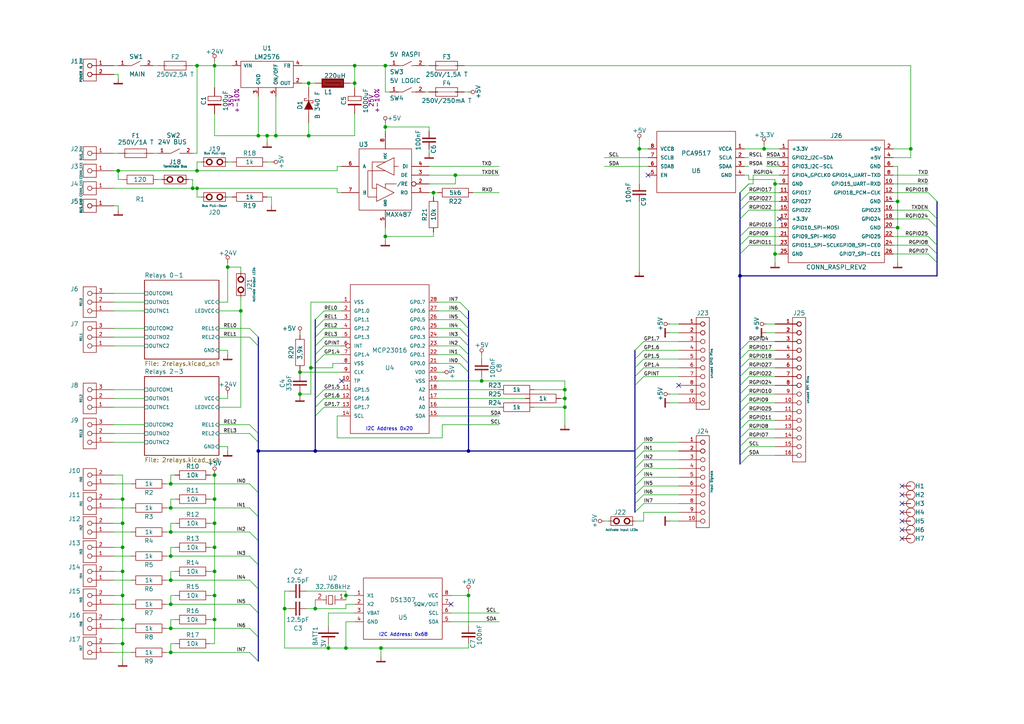
<source format=kicad_sch>
(kicad_sch (version 20211123) (generator eeschema)
  (paper "A4")
  (title_block (title "KoeWiBaPi") (date "2 jan 2014") (rev "A") (comment 1 "Baseboard für Raspberry PI in KoeWiBa Hausautomatisierung"))
  (junction (at 35.56 158.75))
  (junction (at 86.995 114.3))
  (junction (at 95.25 187.96))
  (junction (at 57.15 19.05))
  (junction (at 49.53 182.245))
  (junction (at 89.535 24.13))
  (junction (at 102.87 24.13))
  (junction (at 49.53 147.32))
  (junction (at 100.33 172.72))
  (junction (at 91.44 130.81))
  (junction (at 62.23 158.75))
  (junction (at 260.35 58.42))
  (junction (at 139.7 110.49))
  (junction (at 35.56 144.78))
  (junction (at 82.55 176.53))
  (junction (at 74.93 130.81))
  (junction (at 49.53 189.23))
  (junction (at 62.23 137.795))
  (junction (at 62.23 179.705))
  (junction (at 163.83 113.03))
  (junction (at 260.35 66.04))
  (junction (at 185.42 43.18))
  (junction (at 57.15 49.53))
  (junction (at 221.615 43.18))
  (junction (at 132.08 50.8))
  (junction (at 35.56 179.705))
  (junction (at 66.04 77.47))
  (junction (at 49.53 140.335))
  (junction (at 77.47 39.37))
  (junction (at 80.01 39.37))
  (junction (at 35.56 172.72))
  (junction (at 86.995 107.95))
  (junction (at 111.76 68.58))
  (junction (at 163.83 118.11))
  (junction (at 111.76 19.05))
  (junction (at 224.79 73.66))
  (junction (at 89.535 39.37))
  (junction (at 111.76 36.83))
  (junction (at 49.53 161.29))
  (junction (at 35.56 186.69))
  (junction (at 110.49 187.96))
  (junction (at 264.16 43.18))
  (junction (at 100.33 187.96))
  (junction (at 135.89 130.81))
  (junction (at 34.29 49.53))
  (junction (at 62.23 172.72))
  (junction (at 35.56 151.765))
  (junction (at 35.56 165.735))
  (junction (at 69.85 90.17))
  (junction (at 49.53 175.26))
  (junction (at 224.79 53.34))
  (junction (at 125.73 55.88))
  (junction (at 57.15 54.61))
  (junction (at 102.87 19.05))
  (junction (at 62.23 144.78))
  (junction (at 62.23 165.735))
  (junction (at 49.53 168.275))
  (junction (at 74.93 39.37))
  (junction (at 214.63 80.01))
  (junction (at 163.83 115.57))
  (junction (at 90.17 106.68))
  (junction (at 135.89 172.72))
  (junction (at 55.88 54.61))
  (junction (at 49.53 154.305))
  (junction (at 62.23 19.05))
  (junction (at 62.23 151.765))
  (junction (at 91.44 176.53))
  (no_connect (at 261.62 156.21))
  (no_connect (at 196.85 111.76))
  (no_connect (at 261.62 153.67))
  (no_connect (at 261.62 148.59))
  (no_connect (at 261.62 146.05))
  (no_connect (at 130.81 175.26))
  (no_connect (at 99.06 110.49))
  (no_connect (at 261.62 140.97))
  (no_connect (at 187.96 50.8))
  (no_connect (at 226.06 63.5))
  (no_connect (at 261.62 143.51))
  (no_connect (at 261.62 151.13))
  (bus_entry (at 72.39 97.79) (size 2.54 2.54))
  (bus_entry (at 133.35 92.71) (size 2.54 2.54))
  (bus_entry (at 269.24 71.12) (size 2.54 2.54))
  (bus_entry (at 214.63 104.14) (size 2.54 -2.54))
  (bus_entry (at 91.44 95.25) (size 2.54 -2.54))
  (bus_entry (at 269.24 63.5) (size 2.54 2.54))
  (bus_entry (at 184.15 101.6) (size 2.54 -2.54))
  (bus_entry (at 214.63 116.84) (size 2.54 -2.54))
  (bus_entry (at 214.63 63.5) (size 2.54 -2.54))
  (bus_entry (at 269.24 73.66) (size 2.54 2.54))
  (bus_entry (at 184.15 140.97) (size 2.54 -2.54))
  (bus_entry (at 91.44 105.41) (size 2.54 -2.54))
  (bus_entry (at 214.63 68.58) (size 2.54 -2.54))
  (bus_entry (at 214.63 124.46) (size 2.54 -2.54))
  (bus_entry (at 184.15 109.22) (size 2.54 -2.54))
  (bus_entry (at 214.63 106.68) (size 2.54 -2.54))
  (bus_entry (at 72.39 123.19) (size 2.54 2.54))
  (bus_entry (at 91.44 100.33) (size 2.54 -2.54))
  (bus_entry (at 133.35 102.87) (size 2.54 2.54))
  (bus_entry (at 72.39 161.29) (size 2.54 2.54))
  (bus_entry (at 184.15 133.35) (size 2.54 -2.54))
  (bus_entry (at 184.15 135.89) (size 2.54 -2.54))
  (bus_entry (at 72.39 189.23) (size 2.54 2.54))
  (bus_entry (at 133.35 97.79) (size 2.54 2.54))
  (bus_entry (at 214.63 134.62) (size 2.54 -2.54))
  (bus_entry (at 214.63 73.66) (size 2.54 -2.54))
  (bus_entry (at 214.63 71.12) (size 2.54 -2.54))
  (bus_entry (at 184.15 146.05) (size 2.54 -2.54))
  (bus_entry (at 214.63 132.08) (size 2.54 -2.54))
  (bus_entry (at 184.15 111.76) (size 2.54 -2.54))
  (bus_entry (at 184.15 130.81) (size 2.54 -2.54))
  (bus_entry (at 269.24 60.96) (size 2.54 2.54))
  (bus_entry (at 91.44 118.11) (size 2.54 -2.54))
  (bus_entry (at 91.44 120.65) (size 2.54 -2.54))
  (bus_entry (at 184.15 138.43) (size 2.54 -2.54))
  (bus_entry (at 214.63 121.92) (size 2.54 -2.54))
  (bus_entry (at 269.24 55.88) (size 2.54 2.54))
  (bus_entry (at 91.44 97.79) (size 2.54 -2.54))
  (bus_entry (at 91.44 92.71) (size 2.54 -2.54))
  (bus_entry (at 214.63 55.88) (size 2.54 -2.54))
  (bus_entry (at 214.63 101.6) (size 2.54 -2.54))
  (bus_entry (at 214.63 58.42) (size 2.54 -2.54))
  (bus_entry (at 91.44 102.87) (size 2.54 -2.54))
  (bus_entry (at 72.39 147.32) (size 2.54 2.54))
  (bus_entry (at 184.15 106.68) (size 2.54 -2.54))
  (bus_entry (at 214.63 119.38) (size 2.54 -2.54))
  (bus_entry (at 72.39 168.275) (size 2.54 2.54))
  (bus_entry (at 214.63 109.22) (size 2.54 -2.54))
  (bus_entry (at 184.15 148.59) (size 2.54 -2.54))
  (bus_entry (at 214.63 60.96) (size 2.54 -2.54))
  (bus_entry (at 269.24 68.58) (size 2.54 2.54))
  (bus_entry (at 184.15 104.14) (size 2.54 -2.54))
  (bus_entry (at 214.63 129.54) (size 2.54 -2.54))
  (bus_entry (at 72.39 140.335) (size 2.54 2.54))
  (bus_entry (at 133.35 90.17) (size 2.54 2.54))
  (bus_entry (at 214.63 111.76) (size 2.54 -2.54))
  (bus_entry (at 133.35 87.63) (size 2.54 2.54))
  (bus_entry (at 72.39 125.73) (size 2.54 2.54))
  (bus_entry (at 133.35 105.41) (size 2.54 2.54))
  (bus_entry (at 72.39 175.26) (size 2.54 2.54))
  (bus_entry (at 184.15 143.51) (size 2.54 -2.54))
  (bus_entry (at 91.44 115.57) (size 2.54 -2.54))
  (bus_entry (at 72.39 154.305) (size 2.54 2.54))
  (bus_entry (at 72.39 182.245) (size 2.54 2.54))
  (bus_entry (at 214.63 55.88) (size 2.54 -2.54))
  (bus_entry (at 214.63 114.3) (size 2.54 -2.54))
  (bus_entry (at 72.39 95.25) (size 2.54 2.54))
  (bus_entry (at 133.35 100.33) (size 2.54 2.54))
  (bus_entry (at 214.63 127) (size 2.54 -2.54))
  (bus_entry (at 133.35 95.25) (size 2.54 2.54))
  (wire (pts (xy 62.23 151.765) (xy 62.23 144.78)))
  (wire (pts (xy 62.23 179.705) (xy 62.23 172.72)))
  (wire (pts (xy 33.02 85.09) (xy 41.91 85.09)))
  (wire (pts (xy 91.44 176.53) (xy 88.9 176.53)))
  (wire (pts (xy 185.42 43.18) (xy 185.42 53.34)))
  (wire (pts (xy 124.46 53.34) (xy 132.08 53.34)))
  (wire (pts (xy 260.35 66.04) (xy 260.35 58.42)))
  (wire (pts (xy 96.52 106.68) (xy 90.17 106.68)))
  (wire (pts (xy 99.06 115.57) (xy 93.98 115.57)))
  (bus (pts (xy 91.44 118.11) (xy 91.44 115.57)))
  (wire (pts (xy 111.76 35.56) (xy 111.76 36.83)))
  (wire (pts (xy 58.42 46.99) (xy 57.15 46.99)))
  (wire (pts (xy 224.79 106.68) (xy 217.17 106.68)))
  (wire (pts (xy 139.7 109.22) (xy 139.7 110.49)))
  (bus (pts (xy 271.78 76.2) (xy 271.78 73.66)))
  (bus (pts (xy 214.63 121.92) (xy 214.63 119.38)))
  (bus (pts (xy 135.89 92.71) (xy 135.89 90.17)))
  (wire (pts (xy 226.06 60.96) (xy 217.17 60.96)))
  (wire (pts (xy 66.04 77.47) (xy 69.85 77.47)))
  (wire (pts (xy 196.85 106.68) (xy 186.69 106.68)))
  (wire (pts (xy 95.25 186.69) (xy 95.25 187.96)))
  (bus (pts (xy 135.89 130.81) (xy 91.44 130.81)))
  (bus (pts (xy 271.78 73.66) (xy 271.78 71.12)))
  (wire (pts (xy 33.02 144.78) (xy 35.56 144.78)))
  (wire (pts (xy 49.53 147.32) (xy 48.26 147.32)))
  (wire (pts (xy 222.25 45.72) (xy 226.06 45.72)))
  (wire (pts (xy 196.85 109.22) (xy 186.69 109.22)))
  (wire (pts (xy 196.85 151.13) (xy 194.31 151.13)))
  (wire (pts (xy 62.23 172.72) (xy 62.23 165.735)))
  (wire (pts (xy 196.85 128.27) (xy 186.69 128.27)))
  (wire (pts (xy 144.78 50.8) (xy 132.08 50.8)))
  (wire (pts (xy 224.79 114.3) (xy 217.17 114.3)))
  (wire (pts (xy 33.02 172.72) (xy 35.56 172.72)))
  (wire (pts (xy 259.08 55.88) (xy 269.24 55.88)))
  (wire (pts (xy 125.73 55.88) (xy 124.46 55.88)))
  (bus (pts (xy 184.15 133.35) (xy 184.15 130.81)))
  (wire (pts (xy 57.15 19.05) (xy 57.15 44.45)))
  (wire (pts (xy 224.79 111.76) (xy 217.17 111.76)))
  (wire (pts (xy 33.02 154.305) (xy 38.1 154.305)))
  (wire (pts (xy 89.535 24.13) (xy 89.535 25.4)))
  (wire (pts (xy 222.25 93.98) (xy 224.79 93.98)))
  (wire (pts (xy 66.04 87.63) (xy 66.04 77.47)))
  (wire (pts (xy 226.06 58.42) (xy 217.17 58.42)))
  (wire (pts (xy 97.79 55.88) (xy 99.06 55.88)))
  (wire (pts (xy 102.87 19.05) (xy 87.63 19.05)))
  (bus (pts (xy 214.63 132.08) (xy 214.63 129.54)))
  (wire (pts (xy 130.81 177.8) (xy 144.78 177.8)))
  (wire (pts (xy 196.85 135.89) (xy 186.69 135.89)))
  (wire (pts (xy 96.52 105.41) (xy 96.52 106.68)))
  (wire (pts (xy 74.93 39.37) (xy 74.93 27.94)))
  (wire (pts (xy 224.79 73.66) (xy 226.06 73.66)))
  (wire (pts (xy 100.33 187.96) (xy 110.49 187.96)))
  (wire (pts (xy 33.02 151.765) (xy 35.56 151.765)))
  (wire (pts (xy 99.06 102.87) (xy 93.98 102.87)))
  (bus (pts (xy 214.63 80.01) (xy 214.63 73.66)))
  (wire (pts (xy 99.06 97.79) (xy 93.98 97.79)))
  (wire (pts (xy 86.995 107.95) (xy 86.995 107.315)))
  (wire (pts (xy 57.15 49.53) (xy 97.79 49.53)))
  (wire (pts (xy 102.87 19.05) (xy 102.87 24.13)))
  (wire (pts (xy 97.79 54.61) (xy 97.79 55.88)))
  (wire (pts (xy 62.23 144.78) (xy 62.23 137.795)))
  (wire (pts (xy 57.15 44.45) (xy 55.88 44.45)))
  (bus (pts (xy 214.63 109.22) (xy 214.63 106.68)))
  (wire (pts (xy 69.85 77.47) (xy 69.85 78.74)))
  (wire (pts (xy 50.8 186.69) (xy 49.53 186.69)))
  (wire (pts (xy 259.08 50.8) (xy 269.24 50.8)))
  (wire (pts (xy 127 90.17) (xy 133.35 90.17)))
  (wire (pts (xy 224.79 121.92) (xy 217.17 121.92)))
  (wire (pts (xy 72.39 140.335) (xy 49.53 140.335)))
  (bus (pts (xy 214.63 134.62) (xy 214.63 132.08)))
  (wire (pts (xy 35.56 179.705) (xy 35.56 186.69)))
  (wire (pts (xy 135.89 187.96) (xy 135.89 186.69)))
  (wire (pts (xy 60.96 165.735) (xy 62.23 165.735)))
  (wire (pts (xy 67.31 19.05) (xy 62.23 19.05)))
  (wire (pts (xy 127 105.41) (xy 133.35 105.41)))
  (wire (pts (xy 259.08 68.58) (xy 269.24 68.58)))
  (wire (pts (xy 45.72 19.05) (xy 44.45 19.05)))
  (wire (pts (xy 35.56 144.78) (xy 35.56 151.765)))
  (bus (pts (xy 74.93 163.83) (xy 74.93 156.845)))
  (bus (pts (xy 184.15 104.14) (xy 184.15 101.6)))
  (wire (pts (xy 196.85 143.51) (xy 186.69 143.51)))
  (bus (pts (xy 184.15 146.05) (xy 184.15 143.51)))
  (wire (pts (xy 111.76 19.05) (xy 111.76 26.67)))
  (bus (pts (xy 184.15 138.43) (xy 184.15 135.89)))
  (wire (pts (xy 34.29 49.53) (xy 57.15 49.53)))
  (wire (pts (xy 33.02 21.59) (xy 34.29 21.59)))
  (wire (pts (xy 127 97.79) (xy 133.35 97.79)))
  (wire (pts (xy 49.53 168.275) (xy 49.53 165.735)))
  (wire (pts (xy 62.23 158.75) (xy 62.23 151.765)))
  (wire (pts (xy 62.23 165.735) (xy 62.23 158.75)))
  (wire (pts (xy 196.85 130.81) (xy 186.69 130.81)))
  (wire (pts (xy 127 100.33) (xy 133.35 100.33)))
  (wire (pts (xy 111.76 26.67) (xy 113.03 26.67)))
  (bus (pts (xy 74.93 170.815) (xy 74.93 163.83)))
  (wire (pts (xy 99.06 105.41) (xy 96.52 105.41)))
  (wire (pts (xy 186.69 99.06) (xy 196.85 99.06)))
  (wire (pts (xy 89.535 35.56) (xy 89.535 39.37)))
  (wire (pts (xy 49.53 179.705) (xy 50.8 179.705)))
  (wire (pts (xy 111.76 36.83) (xy 124.46 36.83)))
  (wire (pts (xy 218.44 50.8) (xy 218.44 53.34)))
  (wire (pts (xy 186.69 151.13) (xy 186.69 148.59)))
  (wire (pts (xy 62.23 137.795) (xy 60.96 137.795)))
  (wire (pts (xy 77.47 39.37) (xy 77.47 41.275)))
  (wire (pts (xy 38.1 182.245) (xy 33.02 182.245)))
  (bus (pts (xy 214.63 63.5) (xy 214.63 60.96)))
  (wire (pts (xy 82.55 187.96) (xy 95.25 187.96)))
  (wire (pts (xy 259.08 63.5) (xy 269.24 63.5)))
  (bus (pts (xy 74.93 100.33) (xy 74.93 97.79)))
  (wire (pts (xy 35.56 137.795) (xy 35.56 144.78)))
  (wire (pts (xy 34.29 52.07) (xy 34.29 49.53)))
  (wire (pts (xy 97.79 49.53) (xy 97.79 48.26)))
  (wire (pts (xy 226.06 66.04) (xy 217.17 66.04)))
  (wire (pts (xy 38.1 147.32) (xy 33.02 147.32)))
  (wire (pts (xy 224.79 99.06) (xy 217.17 99.06)))
  (bus (pts (xy 135.89 102.87) (xy 135.89 100.33)))
  (wire (pts (xy 124.46 36.83) (xy 124.46 38.1)))
  (wire (pts (xy 196.85 138.43) (xy 186.69 138.43)))
  (wire (pts (xy 78.74 59.69) (xy 78.74 57.15)))
  (wire (pts (xy 41.91 87.63) (xy 33.02 87.63)))
  (wire (pts (xy 72.39 189.23) (xy 49.53 189.23)))
  (wire (pts (xy 144.78 123.19) (xy 128.27 123.19)))
  (wire (pts (xy 57.15 19.05) (xy 55.88 19.05)))
  (bus (pts (xy 74.93 156.845) (xy 74.93 149.86)))
  (bus (pts (xy 184.15 111.76) (xy 184.15 109.22)))
  (wire (pts (xy 62.23 19.05) (xy 62.23 25.4)))
  (wire (pts (xy 111.76 68.58) (xy 111.76 69.85)))
  (wire (pts (xy 111.76 36.83) (xy 111.76 38.1)))
  (bus (pts (xy 135.89 130.81) (xy 135.89 107.95)))
  (wire (pts (xy 260.35 48.26) (xy 259.08 48.26)))
  (wire (pts (xy 97.79 127) (xy 97.79 120.65)))
  (wire (pts (xy 49.53 175.26) (xy 48.26 175.26)))
  (wire (pts (xy 49.53 186.69) (xy 49.53 189.23)))
  (wire (pts (xy 72.39 147.32) (xy 49.53 147.32)))
  (wire (pts (xy 132.08 50.8) (xy 124.46 50.8)))
  (wire (pts (xy 41.91 123.19) (xy 33.02 123.19)))
  (wire (pts (xy 127 118.11) (xy 144.78 118.11)))
  (wire (pts (xy 111.76 66.04) (xy 111.76 68.58)))
  (wire (pts (xy 226.06 68.58) (xy 217.17 68.58)))
  (wire (pts (xy 99.06 92.71) (xy 93.98 92.71)))
  (wire (pts (xy 63.5 87.63) (xy 66.04 87.63)))
  (wire (pts (xy 154.94 118.11) (xy 163.83 118.11)))
  (bus (pts (xy 214.63 60.96) (xy 214.63 58.42)))
  (wire (pts (xy 57.15 54.61) (xy 97.79 54.61)))
  (wire (pts (xy 60.96 144.78) (xy 62.23 144.78)))
  (wire (pts (xy 50.8 172.72) (xy 49.53 172.72)))
  (wire (pts (xy 125.73 68.58) (xy 125.73 67.31)))
  (wire (pts (xy 78.74 57.15) (xy 77.47 57.15)))
  (wire (pts (xy 187.96 48.26) (xy 175.26 48.26)))
  (wire (pts (xy 35.56 52.07) (xy 34.29 52.07)))
  (bus (pts (xy 271.78 63.5) (xy 271.78 58.42)))
  (wire (pts (xy 62.23 39.37) (xy 62.23 33.02)))
  (wire (pts (xy 99.06 118.11) (xy 93.98 118.11)))
  (wire (pts (xy 83.82 176.53) (xy 82.55 176.53)))
  (wire (pts (xy 217.17 52.07) (xy 217.17 50.8)))
  (wire (pts (xy 127 55.88) (xy 125.73 55.88)))
  (wire (pts (xy 194.31 116.84) (xy 196.85 116.84)))
  (wire (pts (xy 224.79 53.34) (xy 226.06 53.34)))
  (wire (pts (xy 86.995 114.935) (xy 86.995 114.3)))
  (bus (pts (xy 214.63 119.38) (xy 214.63 116.84)))
  (wire (pts (xy 259.08 71.12) (xy 269.24 71.12)))
  (wire (pts (xy 124.46 26.67) (xy 123.19 26.67)))
  (bus (pts (xy 214.63 114.3) (xy 214.63 111.76)))
  (wire (pts (xy 226.06 71.12) (xy 217.17 71.12)))
  (bus (pts (xy 74.93 184.785) (xy 74.93 177.8)))
  (wire (pts (xy 163.83 110.49) (xy 139.7 110.49)))
  (wire (pts (xy 33.02 90.17) (xy 41.91 90.17)))
  (wire (pts (xy 125.73 57.15) (xy 125.73 55.88)))
  (bus (pts (xy 214.63 104.14) (xy 214.63 101.6)))
  (wire (pts (xy 217.17 104.14) (xy 224.79 104.14)))
  (wire (pts (xy 63.5 101.6) (xy 66.04 101.6)))
  (wire (pts (xy 196.85 101.6) (xy 186.69 101.6)))
  (wire (pts (xy 224.79 52.07) (xy 224.79 53.34)))
  (wire (pts (xy 144.78 48.26) (xy 124.46 48.26)))
  (wire (pts (xy 132.08 53.34) (xy 132.08 50.8)))
  (bus (pts (xy 184.15 109.22) (xy 184.15 106.68)))
  (wire (pts (xy 49.53 182.245) (xy 48.26 182.245)))
  (wire (pts (xy 62.23 137.795) (xy 62.23 137.16)))
  (wire (pts (xy 49.53 189.23) (xy 48.26 189.23)))
  (wire (pts (xy 221.615 41.91) (xy 221.615 43.18)))
  (bus (pts (xy 214.63 129.54) (xy 214.63 127)))
  (wire (pts (xy 33.02 137.795) (xy 35.56 137.795)))
  (wire (pts (xy 224.79 101.6) (xy 217.17 101.6)))
  (wire (pts (xy 259.08 60.96) (xy 269.24 60.96)))
  (bus (pts (xy 214.63 116.84) (xy 214.63 114.3)))
  (wire (pts (xy 77.47 39.37) (xy 74.93 39.37)))
  (wire (pts (xy 49.53 168.275) (xy 48.26 168.275)))
  (wire (pts (xy 33.02 165.735) (xy 35.56 165.735)))
  (wire (pts (xy 95.25 177.8) (xy 102.87 177.8)))
  (wire (pts (xy 33.02 49.53) (xy 34.29 49.53)))
  (wire (pts (xy 60.96 179.705) (xy 62.23 179.705)))
  (wire (pts (xy 163.83 115.57) (xy 163.83 113.03)))
  (wire (pts (xy 62.23 19.05) (xy 57.15 19.05)))
  (bus (pts (xy 271.78 80.01) (xy 271.78 76.2)))
  (wire (pts (xy 111.76 68.58) (xy 125.73 68.58)))
  (wire (pts (xy 90.17 114.3) (xy 90.17 106.68)))
  (wire (pts (xy 135.89 26.67) (xy 134.62 26.67)))
  (bus (pts (xy 135.89 105.41) (xy 135.89 102.87)))
  (wire (pts (xy 260.35 76.2) (xy 260.35 66.04)))
  (wire (pts (xy 41.91 97.79) (xy 33.02 97.79)))
  (wire (pts (xy 77.47 46.99) (xy 78.74 46.99)))
  (wire (pts (xy 83.82 171.45) (xy 82.55 171.45)))
  (bus (pts (xy 91.44 120.65) (xy 91.44 118.11)))
  (wire (pts (xy 86.995 108.585) (xy 86.995 107.95)))
  (wire (pts (xy 127 107.95) (xy 128.27 107.95)))
  (wire (pts (xy 60.96 186.69) (xy 62.23 186.69)))
  (wire (pts (xy 62.23 17.78) (xy 62.23 19.05)))
  (bus (pts (xy 214.63 58.42) (xy 214.63 55.88)))
  (wire (pts (xy 226.06 55.88) (xy 217.17 55.88)))
  (wire (pts (xy 49.53 172.72) (xy 49.53 175.26)))
  (wire (pts (xy 88.9 171.45) (xy 100.33 171.45)))
  (wire (pts (xy 69.85 90.17) (xy 69.85 118.11)))
  (wire (pts (xy 90.17 87.63) (xy 99.06 87.63)))
  (wire (pts (xy 135.89 171.45) (xy 135.89 172.72)))
  (wire (pts (xy 224.79 127) (xy 217.17 127)))
  (wire (pts (xy 60.96 158.75) (xy 62.23 158.75)))
  (wire (pts (xy 196.85 96.52) (xy 194.31 96.52)))
  (wire (pts (xy 111.76 19.05) (xy 102.87 19.05)))
  (wire (pts (xy 102.87 33.02) (xy 102.87 39.37)))
  (wire (pts (xy 264.16 19.05) (xy 134.62 19.05)))
  (wire (pts (xy 217.17 129.54) (xy 224.79 129.54)))
  (wire (pts (xy 100.33 172.72) (xy 102.87 172.72)))
  (wire (pts (xy 130.81 180.34) (xy 144.78 180.34)))
  (wire (pts (xy 89.535 39.37) (xy 80.01 39.37)))
  (wire (pts (xy 62.23 186.69) (xy 62.23 179.705)))
  (bus (pts (xy 214.63 101.6) (xy 214.63 80.01)))
  (wire (pts (xy 185.42 58.42) (xy 185.42 78.74)))
  (wire (pts (xy 100.33 176.53) (xy 91.44 176.53)))
  (wire (pts (xy 217.17 109.22) (xy 224.79 109.22)))
  (bus (pts (xy 74.93 149.86) (xy 74.93 142.875)))
  (wire (pts (xy 67.31 57.15) (xy 66.04 57.15)))
  (wire (pts (xy 127 92.71) (xy 133.35 92.71)))
  (wire (pts (xy 63.5 125.73) (xy 72.39 125.73)))
  (bus (pts (xy 74.93 191.77) (xy 74.93 184.785)))
  (wire (pts (xy 91.44 173.99) (xy 91.44 176.53)))
  (wire (pts (xy 33.02 186.69) (xy 35.56 186.69)))
  (wire (pts (xy 66.04 115.57) (xy 66.04 114.3)))
  (wire (pts (xy 110.49 190.5) (xy 110.49 187.96)))
  (wire (pts (xy 50.8 158.75) (xy 49.53 158.75)))
  (wire (pts (xy 99.06 113.03) (xy 93.98 113.03)))
  (wire (pts (xy 264.16 45.72) (xy 259.08 45.72)))
  (wire (pts (xy 60.96 172.72) (xy 62.23 172.72)))
  (wire (pts (xy 139.7 102.87) (xy 139.7 104.14)))
  (bus (pts (xy 91.44 105.41) (xy 91.44 102.87)))
  (wire (pts (xy 185.42 40.64) (xy 185.42 43.18)))
  (wire (pts (xy 49.53 147.32) (xy 49.53 144.78)))
  (wire (pts (xy 259.08 73.66) (xy 269.24 73.66)))
  (wire (pts (xy 41.91 128.27) (xy 33.02 128.27)))
  (wire (pts (xy 128.27 123.19) (xy 128.27 127)))
  (bus (pts (xy 91.44 130.81) (xy 74.93 130.81)))
  (bus (pts (xy 91.44 130.81) (xy 91.44 120.65)))
  (bus (pts (xy 214.63 106.68) (xy 214.63 104.14)))
  (bus (pts (xy 74.93 130.81) (xy 74.93 128.27)))
  (wire (pts (xy 218.44 53.34) (xy 217.17 53.34)))
  (wire (pts (xy 194.31 93.98) (xy 196.85 93.98)))
  (wire (pts (xy 35.56 172.72) (xy 35.56 179.705)))
  (wire (pts (xy 80.01 39.37) (xy 77.47 39.37)))
  (wire (pts (xy 144.78 55.88) (xy 137.16 55.88)))
  (wire (pts (xy 86.995 114.3) (xy 86.995 113.665)))
  (bus (pts (xy 214.63 73.66) (xy 214.63 71.12)))
  (wire (pts (xy 66.04 46.99) (xy 67.31 46.99)))
  (wire (pts (xy 33.02 161.29) (xy 38.1 161.29)))
  (wire (pts (xy 224.79 116.84) (xy 217.17 116.84)))
  (wire (pts (xy 217.17 45.72) (xy 215.9 45.72)))
  (wire (pts (xy 93.98 95.25) (xy 99.06 95.25)))
  (wire (pts (xy 224.79 119.38) (xy 217.17 119.38)))
  (wire (pts (xy 35.56 151.765) (xy 35.56 158.75)))
  (wire (pts (xy 186.69 104.14) (xy 196.85 104.14)))
  (bus (pts (xy 271.78 66.04) (xy 271.78 63.5)))
  (bus (pts (xy 214.63 111.76) (xy 214.63 109.22)))
  (wire (pts (xy 35.56 186.69) (xy 35.56 191.77)))
  (wire (pts (xy 44.45 44.45) (xy 45.72 44.45)))
  (wire (pts (xy 49.53 182.245) (xy 49.53 179.705)))
  (wire (pts (xy 226.06 48.26) (xy 222.25 48.26)))
  (bus (pts (xy 184.15 130.81) (xy 135.89 130.81)))
  (bus (pts (xy 74.93 128.27) (xy 74.93 125.73)))
  (bus (pts (xy 135.89 95.25) (xy 135.89 92.71)))
  (wire (pts (xy 72.39 161.29) (xy 49.53 161.29)))
  (wire (pts (xy 196.85 133.35) (xy 186.69 133.35)))
  (wire (pts (xy 264.16 43.18) (xy 264.16 19.05)))
  (wire (pts (xy 133.35 102.87) (xy 127 102.87)))
  (wire (pts (xy 82.55 171.45) (xy 82.55 176.53)))
  (bus (pts (xy 135.89 100.33) (xy 135.89 97.79)))
  (wire (pts (xy 49.53 154.305) (xy 48.26 154.305)))
  (wire (pts (xy 97.79 120.65) (xy 99.06 120.65)))
  (wire (pts (xy 33.02 118.11) (xy 41.91 118.11)))
  (wire (pts (xy 82.55 176.53) (xy 82.55 187.96)))
  (bus (pts (xy 184.15 130.81) (xy 184.15 111.76)))
  (wire (pts (xy 72.39 168.275) (xy 49.53 168.275)))
  (wire (pts (xy 33.02 189.23) (xy 38.1 189.23)))
  (wire (pts (xy 196.85 146.05) (xy 186.69 146.05)))
  (wire (pts (xy 135.89 172.72) (xy 130.81 172.72)))
  (wire (pts (xy 154.94 113.03) (xy 163.83 113.03)))
  (wire (pts (xy 63.5 97.79) (xy 72.39 97.79)))
  (wire (pts (xy 102.87 24.13) (xy 102.87 25.4)))
  (wire (pts (xy 95.25 181.61) (xy 95.25 177.8)))
  (bus (pts (xy 74.93 177.8) (xy 74.93 170.815)))
  (bus (pts (xy 91.44 100.33) (xy 91.44 97.79)))
  (wire (pts (xy 49.53 140.335) (xy 48.26 140.335)))
  (wire (pts (xy 184.15 151.13) (xy 186.69 151.13)))
  (wire (pts (xy 63.5 115.57) (xy 66.04 115.57)))
  (wire (pts (xy 72.39 154.305) (xy 49.53 154.305)))
  (wire (pts (xy 69.85 90.17) (xy 63.5 90.17)))
  (wire (pts (xy 33.02 54.61) (xy 55.88 54.61)))
  (wire (pts (xy 224.79 96.52) (xy 222.25 96.52)))
  (wire (pts (xy 34.29 59.69) (xy 33.02 59.69)))
  (wire (pts (xy 86.995 114.3) (xy 90.17 114.3)))
  (wire (pts (xy 66.04 130.81) (xy 66.04 129.54)))
  (wire (pts (xy 33.02 175.26) (xy 38.1 175.26)))
  (wire (pts (xy 100.33 175.26) (xy 100.33 176.53)))
  (wire (pts (xy 33.02 158.75) (xy 35.56 158.75)))
  (wire (pts (xy 86.995 107.95) (xy 99.06 107.95)))
  (wire (pts (xy 100.33 172.72) (xy 100.33 173.99)))
  (wire (pts (xy 49.53 165.735) (xy 50.8 165.735)))
  (wire (pts (xy 62.23 151.765) (xy 60.96 151.765)))
  (wire (pts (xy 152.4 115.57) (xy 127 115.57)))
  (wire (pts (xy 38.1 168.275) (xy 33.02 168.275)))
  (wire (pts (xy 135.89 172.72) (xy 135.89 181.61)))
  (wire (pts (xy 69.85 86.36) (xy 69.85 90.17)))
  (wire (pts (xy 139.7 110.49) (xy 127 110.49)))
  (bus (pts (xy 214.63 71.12) (xy 214.63 68.58)))
  (wire (pts (xy 102.87 175.26) (xy 100.33 175.26)))
  (wire (pts (xy 260.35 58.42) (xy 259.08 58.42)))
  (bus (pts (xy 214.63 127) (xy 214.63 124.46)))
  (wire (pts (xy 217.17 50.8) (xy 215.9 50.8)))
  (wire (pts (xy 33.02 113.03) (xy 41.91 113.03)))
  (wire (pts (xy 196.85 140.97) (xy 186.69 140.97)))
  (wire (pts (xy 66.04 129.54) (xy 63.5 129.54)))
  (wire (pts (xy 264.16 45.72) (xy 264.16 43.18)))
  (wire (pts (xy 55.88 54.61) (xy 57.15 54.61)))
  (wire (pts (xy 34.29 60.96) (xy 34.29 59.69)))
  (wire (pts (xy 35.56 158.75) (xy 35.56 165.735)))
  (wire (pts (xy 259.08 53.34) (xy 269.24 53.34)))
  (wire (pts (xy 260.35 66.04) (xy 259.08 66.04)))
  (bus (pts (xy 91.44 115.57) (xy 91.44 105.41)))
  (wire (pts (xy 93.98 90.17) (xy 99.06 90.17)))
  (wire (pts (xy 49.53 137.795) (xy 49.53 140.335)))
  (wire (pts (xy 89.535 24.13) (xy 87.63 24.13)))
  (wire (pts (xy 163.83 123.19) (xy 163.83 118.11)))
  (wire (pts (xy 33.02 140.335) (xy 38.1 140.335)))
  (wire (pts (xy 33.02 19.05) (xy 34.29 19.05)))
  (wire (pts (xy 63.5 95.25) (xy 72.39 95.25)))
  (wire (pts (xy 187.96 45.72) (xy 175.26 45.72)))
  (wire (pts (xy 124.46 43.18) (xy 124.46 44.45)))
  (wire (pts (xy 100.33 187.96) (xy 100.33 180.34)))
  (wire (pts (xy 100.33 171.45) (xy 100.33 172.72)))
  (wire (pts (xy 224.79 73.66) (xy 224.79 76.2)))
  (wire (pts (xy 55.88 54.61) (xy 55.88 52.07)))
  (wire (pts (xy 91.44 24.13) (xy 89.535 24.13)))
  (wire (pts (xy 90.17 106.68) (xy 90.17 87.63)))
  (bus (pts (xy 184.15 140.97) (xy 184.15 138.43)))
  (bus (pts (xy 184.15 106.68) (xy 184.15 104.14)))
  (wire (pts (xy 95.25 187.96) (xy 100.33 187.96)))
  (bus (pts (xy 184.15 143.51) (xy 184.15 140.97)))
  (wire (pts (xy 57.15 54.61) (xy 57.15 57.15)))
  (wire (pts (xy 217.17 48.26) (xy 215.9 48.26)))
  (wire (pts (xy 102.87 39.37) (xy 89.535 39.37)))
  (wire (pts (xy 86.995 97.155) (xy 86.995 96.52)))
  (wire (pts (xy 186.69 148.59) (xy 196.85 148.59)))
  (wire (pts (xy 123.19 19.05) (xy 124.46 19.05)))
  (wire (pts (xy 46.99 52.07) (xy 45.72 52.07)))
  (wire (pts (xy 264.16 43.18) (xy 259.08 43.18)))
  (wire (pts (xy 66.04 101.6) (xy 66.04 102.87)))
  (wire (pts (xy 49.53 151.765) (xy 50.8 151.765)))
  (wire (pts (xy 33.02 100.33) (xy 41.91 100.33)))
  (wire (pts (xy 226.06 43.18) (xy 221.615 43.18)))
  (wire (pts (xy 35.56 165.735) (xy 35.56 172.72)))
  (bus (pts (xy 184.15 148.59) (xy 184.15 146.05)))
  (wire (pts (xy 162.56 115.57) (xy 163.83 115.57)))
  (bus (pts (xy 271.78 71.12) (xy 271.78 66.04)))
  (wire (pts (xy 127 113.03) (xy 144.78 113.03)))
  (wire (pts (xy 49.53 158.75) (xy 49.53 161.29)))
  (wire (pts (xy 72.39 182.245) (xy 49.53 182.245)))
  (wire (pts (xy 57.15 57.15) (xy 58.42 57.15)))
  (wire (pts (xy 226.06 50.8) (xy 218.44 50.8)))
  (wire (pts (xy 100.33 180.34) (xy 102.87 180.34)))
  (wire (pts (xy 33.02 125.73) (xy 41.91 125.73)))
  (wire (pts (xy 217.17 52.07) (xy 224.79 52.07)))
  (wire (pts (xy 127 87.63) (xy 133.35 87.63)))
  (wire (pts (xy 176.53 151.13) (xy 175.26 151.13)))
  (wire (pts (xy 33.02 44.45) (xy 34.29 44.45)))
  (wire (pts (xy 260.35 58.42) (xy 260.35 48.26)))
  (wire (pts (xy 110.49 187.96) (xy 135.89 187.96)))
  (bus (pts (xy 135.89 97.79) (xy 135.89 95.25)))
  (wire (pts (xy 97.79 48.26) (xy 99.06 48.26)))
  (bus (pts (xy 135.89 107.95) (xy 135.89 105.41)))
  (wire (pts (xy 33.02 95.25) (xy 41.91 95.25)))
  (wire (pts (xy 63.5 123.19) (xy 72.39 123.19)))
  (wire (pts (xy 66.04 77.47) (xy 66.04 76.2)))
  (wire (pts (xy 33.02 179.705) (xy 35.56 179.705)))
  (bus (pts (xy 74.93 125.73) (xy 74.93 100.33)))
  (bus (pts (xy 214.63 68.58) (xy 214.63 63.5)))
  (bus (pts (xy 214.63 80.01) (xy 271.78 80.01)))
  (bus (pts (xy 91.44 95.25) (xy 91.44 92.71)))
  (bus (pts (xy 74.93 142.875) (xy 74.93 130.81)))
  (wire (pts (xy 69.85 118.11) (xy 63.5 118.11)))
  (wire (pts (xy 49.53 154.305) (xy 49.53 151.765)))
  (wire (pts (xy 217.17 132.08) (xy 224.79 132.08)))
  (bus (pts (xy 91.44 97.79) (xy 91.44 95.25)))
  (wire (pts (xy 127 120.65) (xy 144.78 120.65)))
  (wire (pts (xy 224.79 124.46) (xy 217.17 124.46)))
  (bus (pts (xy 91.44 102.87) (xy 91.44 100.33)))
  (wire (pts (xy 57.15 46.99) (xy 57.15 49.53)))
  (wire (pts (xy 224.79 53.34) (xy 224.79 73.66)))
  (wire (pts (xy 34.29 21.59) (xy 34.29 22.86)))
  (bus (pts (xy 184.15 135.89) (xy 184.15 133.35)))
  (wire (pts (xy 49.53 161.29) (xy 48.26 161.29)))
  (wire (pts (xy 128.27 127) (xy 97.79 127)))
  (wire (pts (xy 55.88 52.07) (xy 54.61 52.07)))
  (wire (pts (xy 41.91 115.57) (xy 33.02 115.57)))
  (wire (pts (xy 163.83 113.03) (xy 163.83 110.49)))
  (wire (pts (xy 163.83 118.11) (xy 163.83 115.57)))
  (wire (pts (xy 49.53 144.78) (xy 50.8 144.78)))
  (wire (pts (xy 93.98 100.33) (xy 99.06 100.33)))
  (wire (pts (xy 113.03 19.05) (xy 111.76 19.05)))
  (wire (pts (xy 50.8 137.795) (xy 49.53 137.795)))
  (wire (pts (xy 74.93 39.37) (xy 62.23 39.37)))
  (wire (pts (xy 221.615 43.18) (xy 215.9 43.18)))
  (wire (pts (xy 127 95.25) (xy 133.35 95.25)))
  (bus (pts (xy 214.63 124.46) (xy 214.63 121.92)))
  (wire (pts (xy 187.96 43.18) (xy 185.42 43.18)))
  (wire (pts (xy 72.39 175.26) (xy 49.53 175.26)))
  (wire (pts (xy 102.87 24.13) (xy 101.6 24.13)))
  (wire (pts (xy 196.85 114.3) (xy 194.31 114.3)))
  (wire (pts (xy 80.01 27.94) (xy 80.01 39.37)))
  (text "I2C Address: 0x68" (at 109.855 184.785 0) (effects (font (size 1.016 1.016)) (justify left bottom)))
  (text "I2C Address 0x20" (at 106.045 125.095 0) (effects (font (size 1.016 1.016)) (justify left bottom)))
  (label "IN2" (at 186.69 133.35 0) (effects (font (size 1.016 1.016))))
  (label "REL1" (at 93.98 92.71 0) (effects (font (size 1.016 1.016))))
  (label "IN5" (at 68.58 175.26 0) (effects (font (size 1.016 1.016))))
  (label "REL0" (at 64.77 95.25 0) (effects (font (size 1.016 1.016))))
  (label "IN2" (at 68.58 154.305 0) (effects (font (size 1.016 1.016))))
  (label "GP1.7" (at 93.98 118.11 0) (effects (font (size 1.016 1.016))))
  (label "IN3" (at 68.58 161.29 0) (effects (font (size 1.016 1.016))))
  (label "GP1.4" (at 93.98 102.87 0) (effects (font (size 1.016 1.016))))
  (label "RXD" (at 269.24 53.34 180) (effects (font (size 1.016 1.016))))
  (label "IN0" (at 130.175 105.41 0) (effects (font (size 1.016 1.016))))
  (label "IN6" (at 68.58 182.245 0) (effects (font (size 1.016 1.016))))
  (label "GP1.7" (at 186.69 99.06 0) (effects (font (size 1.016 1.016))))
  (label "IN4" (at 68.58 168.275 0) (effects (font (size 1.016 1.016))))
  (label "RGPIO27" (at 217.17 58.42 0) (effects (font (size 1.016 1.016))))
  (label "RGPIO11" (at 217.17 71.12 0) (effects (font (size 1.016 1.016))))
  (label "RSDA" (at 222.25 45.72 0) (effects (font (size 1.016 1.016))))
  (label "IN2" (at 130.175 100.33 0) (effects (font (size 1.016 1.016))))
  (label "RSCL" (at 222.25 48.26 0) (effects (font (size 1.016 1.016))))
  (label "RGPIO25" (at 217.17 119.38 0) (effects (font (size 1.016 1.016))))
  (label "RGPIO7" (at 269.24 73.66 180) (effects (font (size 1.016 1.016))))
  (label "SCL" (at 140.97 177.8 0) (effects (font (size 1.016 1.016))))
  (label "RGPIO18" (at 269.24 55.88 180) (effects (font (size 1.016 1.016))))
  (label "REL2" (at 64.77 123.19 0) (effects (font (size 1.016 1.016))))
  (label "GP1.5" (at 93.98 113.03 0) (effects (font (size 1.016 1.016))))
  (label "SCL" (at 142.24 123.19 0) (effects (font (size 1.016 1.016))))
  (label "IN0" (at 68.58 140.335 0) (effects (font (size 1.016 1.016))))
  (label "RGPIO10" (at 217.17 66.04 0) (effects (font (size 1.016 1.016))))
  (label "GP1.4" (at 186.69 106.68 0) (effects (font (size 1.016 1.016))))
  (label "RGPIO27" (at 217.17 106.68 0) (effects (font (size 1.016 1.016))))
  (label "RGPIO4" (at 217.17 99.06 0) (effects (font (size 1.016 1.016))))
  (label "REL1" (at 64.77 97.79 0) (effects (font (size 1.016 1.016))))
  (label "RGPIO8" (at 269.24 71.12 180) (effects (font (size 1.016 1.016))))
  (label "RGPIO7" (at 217.17 127 0) (effects (font (size 1.016 1.016))))
  (label "SCL" (at 176.53 45.72 0) (effects (font (size 1.016 1.016))))
  (label "RGPIO9" (at 217.17 68.58 0) (effects (font (size 1.016 1.016))))
  (label "REL0" (at 93.98 90.17 0) (effects (font (size 1.016 1.016))))
  (label "IN3" (at 186.69 135.89 0) (effects (font (size 1.016 1.016))))
  (label "RSCL" (at 217.17 45.72 0) (effects (font (size 1.016 1.016))))
  (label "IN6" (at 186.69 143.51 0) (effects (font (size 1.016 1.016))))
  (label "IN1" (at 130.175 102.87 0) (effects (font (size 1.016 1.016))))
  (label "REL3" (at 93.98 97.79 0) (effects (font (size 1.016 1.016))))
  (label "RGPIO4" (at 218.44 50.8 0) (effects (font (size 1.016 1.016))))
  (label "IN1" (at 68.58 147.32 0) (effects (font (size 1.016 1.016))))
  (label "RGPIO10" (at 217.17 114.3 0) (effects (font (size 1.016 1.016))))
  (label "TXDEN" (at 139.7 50.8 0) (effects (font (size 1.016 1.016))))
  (label "IN6" (at 130.175 90.17 0) (effects (font (size 1.016 1.016))))
  (label "GPINT" (at 186.69 109.22 0) (effects (font (size 1.016 1.016))))
  (label "RGPIO17" (at 217.17 55.88 0) (effects (font (size 1.016 1.016))))
  (label "SDA" (at 142.24 120.65 0) (effects (font (size 1.016 1.016))))
  (label "RGPIO18" (at 217.17 104.14 0) (effects (font (size 1.016 1.016))))
  (label "RGPIO11" (at 217.17 121.92 0) (effects (font (size 1.016 1.016))))
  (label "IN3" (at 130.175 97.79 0) (effects (font (size 1.016 1.016))))
  (label "GP1.6" (at 186.69 101.6 0) (effects (font (size 1.016 1.016))))
  (label "SDA" (at 140.97 180.34 0) (effects (font (size 1.016 1.016))))
  (label "IN4" (at 130.175 95.25 0) (effects (font (size 1.016 1.016))))
  (label "REL2" (at 93.98 95.25 0) (effects (font (size 1.016 1.016))))
  (label "RGPIO22" (at 217.17 109.22 0) (effects (font (size 1.016 1.016))))
  (label "IN5" (at 186.69 140.97 0) (effects (font (size 1.016 1.016))))
  (label "IN0" (at 186.69 128.27 0) (effects (font (size 1.016 1.016))))
  (label "GP1.5" (at 186.69 104.14 0) (effects (font (size 1.016 1.016))))
  (label "RGPIO22" (at 217.17 60.96 0) (effects (font (size 1.016 1.016))))
  (label "IN5" (at 130.175 92.71 0) (effects (font (size 1.016 1.016))))
  (label "RSDA" (at 217.17 48.26 0) (effects (font (size 1.016 1.016))))
  (label "SCL" (at 217.17 129.54 0) (effects (font (size 1.016 1.016))))
  (label "IN7" (at 186.69 146.05 0) (effects (font (size 1.016 1.016))))
  (label "GPINT" (at 93.98 100.33 0) (effects (font (size 1.016 1.016))))
  (label "GP1.6" (at 93.98 115.57 0) (effects (font (size 1.016 1.016))))
  (label "REL3" (at 64.77 125.73 0) (effects (font (size 1.016 1.016))))
  (label "TXD" (at 269.24 50.8 180) (effects (font (size 1.016 1.016))))
  (label "SDA" (at 176.53 48.26 0) (effects (font (size 1.016 1.016))))
  (label "SDA" (at 217.17 132.08 0) (effects (font (size 1.016 1.016))))
  (label "RGPIO24" (at 269.24 63.5 180) (effects (font (size 1.016 1.016))))
  (label "RXD" (at 139.7 55.88 0) (effects (font (size 1.016 1.016))))
  (label "RGPIO9" (at 217.17 116.84 0) (effects (font (size 1.016 1.016))))
  (label "IN7" (at 68.58 189.23 0) (effects (font (size 1.016 1.016))))
  (label "RGPIO24" (at 217.17 111.76 0) (effects (font (size 1.016 1.016))))
  (label "IN1" (at 186.69 130.81 0) (effects (font (size 1.016 1.016))))
  (label "RGPIO25" (at 269.24 68.58 180) (effects (font (size 1.016 1.016))))
  (label "RGPIO8" (at 217.17 124.46 0) (effects (font (size 1.016 1.016))))
  (label "TXDEN" (at 269.24 60.96 180) (effects (font (size 1.016 1.016))))
  (label "IN7" (at 130.175 87.63 0) (effects (font (size 1.016 1.016))))
  (label "RGPIO17" (at 217.17 101.6 0) (effects (font (size 1.016 1.016))))
  (label "IN4" (at 186.69 138.43 0) (effects (font (size 1.016 1.016))))
  (label "TXD" (at 139.7 48.26 0) (effects (font (size 1.016 1.016))))
  (symbol (lib_id "koewibapi-rescue:CONN_3X1") (at 27.94 87.63 180) (unit 1)
    (property "Reference" "J6" (at 21.59 83.82 0))
    (property "Value" "REL0" (at 23.495 87.63 90) (effects (font (size 0.635 0.635))))
  )
  (symbol (lib_id "koewibapi-rescue:CONN_2X1") (at 27.94 20.32 0) (mirror y) (unit 1)
    (property "Reference" "J1" (at 21.59 17.78 0))
    (property "Value" "POWER IN 24V" (at 23.495 20.32 90) (effects (font (size 0.635 0.635))))
  )
  (symbol (lib_id "koewibapi-rescue:SWITCH") (at 44.45 46.99 0) (unit 1)
    (property "Reference" "SW2" (at 48.26 40.005 0) (effects (justify left bottom)))
    (property "Value" "24V BUS" (at 45.72 41.91 0) (effects (justify left bottom)))
  )
  (symbol (lib_id "koewibapi-rescue:SWITCH") (at 111.76 21.59 0) (unit 1)
    (property "Reference" "SW3" (at 113.03 21.59 0) (effects (justify left bottom)))
    (property "Value" "5V RASPI" (at 113.03 16.51 0) (effects (justify left bottom)))
  )
  (symbol (lib_id "koewibapi-rescue:FUSE") (at 39.37 44.45 0) (unit 1)
    (property "Reference" "F1" (at 39.37 39.37 0))
    (property "Value" "250V/1A T" (at 39.37 41.275 0))
  )
  (symbol (lib_id "koewibapi-rescue:FUSE") (at 129.54 26.67 0) (unit 1)
    (property "Reference" "F4" (at 129.54 24.13 0))
    (property "Value" "250V/250mA T" (at 129.54 29.21 0))
  )
  (symbol (lib_id "koewibapi-rescue:FUSE") (at 129.54 19.05 0) (unit 1)
    (property "Reference" "F3" (at 129.54 16.51 0))
    (property "Value" "250V/1,5A T" (at 129.54 21.59 0))
  )
  (symbol (lib_id "koewibapi-rescue:CONN_3X1") (at 27.94 97.79 180) (unit 1)
    (property "Reference" "J7" (at 21.59 93.98 0))
    (property "Value" "REL1" (at 23.495 97.79 90) (effects (font (size 0.635 0.635))))
  )
  (symbol (lib_id "koewibapi-rescue:CONN_3X1") (at 27.94 125.73 180) (unit 1)
    (property "Reference" "J9" (at 21.59 121.92 0))
    (property "Value" "REL3" (at 23.495 125.73 90) (effects (font (size 0.635 0.635))))
  )
  (symbol (lib_id "koewibapi-rescue:CONN_3X1") (at 27.94 115.57 180) (unit 1)
    (property "Reference" "J8" (at 21.59 111.76 0))
    (property "Value" "REL2" (at 23.495 115.57 90) (effects (font (size 0.635 0.635))))
  )
  (symbol (lib_id "koewibapi-rescue:CONN_1X1") (at 27.94 44.45 180) (unit 1)
    (property "Reference" "J2" (at 21.59 43.18 0))
    (property "Value" "BUS_24V" (at 23.495 44.45 90) (effects (font (size 0.635 0.635))))
  )
  (symbol (lib_id "koewibapi-rescue:CONN_1X1") (at 27.94 49.53 180) (unit 1)
    (property "Reference" "J3" (at 21.59 48.26 0))
    (property "Value" "CONN_1X1" (at 23.495 49.53 90) (effects (font (size 0.635 0.635))))
  )
  (symbol (lib_id "koewibapi-rescue:CONN_1X1") (at 27.94 59.69 180) (unit 1)
    (property "Reference" "J5" (at 21.59 58.42 0))
    (property "Value" "BUS_GND" (at 23.495 59.69 90) (effects (font (size 0.635 0.635))))
  )
  (symbol (lib_id "koewibapi-rescue:CONN_1X1") (at 27.94 54.61 180) (unit 1)
    (property "Reference" "J4" (at 21.59 53.34 0))
    (property "Value" "CONN_1X1" (at 23.495 54.61 90) (effects (font (size 0.635 0.635))))
  )
  (symbol (lib_id "koewibapi-rescue:GND") (at 34.29 60.96 0) (unit 1)
    (property "Reference" "#PWR036" (effects hide))
    (property "Value" "GND" (effects hide))
  )
  (symbol (lib_id "koewibapi-rescue:GND") (at 34.29 22.86 0) (unit 1)
    (property "Reference" "#PWR035" (effects hide))
    (property "Value" "GND" (effects hide))
  )
  (symbol (lib_id "koewibapi-rescue:SWITCH") (at 33.02 21.59 0) (unit 1)
    (property "Reference" "SW1" (at 37.465 17.145 0) (effects (justify left bottom)))
    (property "Value" "MAIN" (at 37.465 22.225 0) (effects (justify left bottom)))
  )
  (symbol (lib_id "koewibapi-rescue:R") (at 40.64 52.07 0) (unit 1)
    (property "Reference" "R1" (at 40.64 57.785 0))
    (property "Value" "120" (at 40.64 52.07 0))
  )
  (symbol (lib_id "koewibapi-rescue:R") (at 72.39 46.99 0) (unit 1)
    (property "Reference" "R18" (at 72.39 44.45 0))
    (property "Value" "1k" (at 72.39 46.99 0))
  )
  (symbol (lib_id "koewibapi-rescue:R") (at 72.39 57.15 0) (unit 1)
    (property "Reference" "R19" (at 72.39 59.69 0))
    (property "Value" "1k" (at 72.39 57.15 0))
  )
  (symbol (lib_id "koewibapi-rescue:GND") (at 78.74 59.69 0) (unit 1)
    (property "Reference" "#PWR034" (effects hide))
    (property "Value" "GND" (effects hide))
  )
  (symbol (lib_id "koewibapi-rescue:GND") (at 66.04 102.87 0) (unit 1)
    (property "Reference" "#PWR033" (effects hide))
    (property "Value" "GND" (effects hide))
  )
  (symbol (lib_id "koewibapi-rescue:GND") (at 66.04 130.81 0) (unit 1)
    (property "Reference" "#PWR032" (effects hide))
    (property "Value" "GND" (effects hide))
  )
  (symbol (lib_id "koewibapi-rescue:CP") (at 62.23 29.21 270) (unit 1)
    (property "Reference" "C1" (at 59.055 29.21 0))
    (property "Value" "100uF" (at 65.405 29.21 0))
    (property "Voltage" "35V" (at 67.056 29.21 0))
    (property "Tolrance" "+-10%" (at 68.707 29.21 0))
  )
  (symbol (lib_id "koewibapi-rescue:GND") (at 77.47 41.275 0) (unit 1)
    (property "Reference" "#PWR031" (effects hide))
    (property "Value" "GND" (effects hide))
  )
  (symbol (lib_id "koewibapi-rescue:L") (at 96.52 24.13 0) (unit 1)
    (property "Reference" "L1" (at 93.98 26.67 0) (effects (justify left)))
    (property "Value" "220uH" (at 93.98 21.971 0) (effects (justify left)))
  )
  (symbol (lib_id "koewibapi-rescue:CP") (at 102.87 29.21 270) (unit 1)
    (property "Reference" "C5" (at 99.695 29.21 0))
    (property "Value" "1000uF" (at 106.045 29.21 0))
    (property "Voltage" "25V" (at 107.696 29.21 0))
    (property "Tolrance" "+-10%" (at 109.347 29.21 0))
  )
  (symbol (lib_id "koewibapi-rescue:+5V") (at 135.89 26.67 270) (unit 1)
    (property "Reference" "#PWR030" (effects hide))
    (property "Value" "+5V" (at 138.684 26.67 0))
  )
  (symbol (lib_id "koewibapi-rescue:SWITCH") (at 111.76 29.21 0) (unit 1)
    (property "Reference" "SW4" (at 113.03 29.21 0) (effects (justify left bottom)))
    (property "Value" "5V LOGIC" (at 113.03 24.13 0) (effects (justify left bottom)))
  )
  (symbol (lib_id "koewibapi-rescue:SCHOTTKY") (at 89.535 30.48 90) (unit 1)
    (property "Reference" "D1" (at 86.995 30.48 0))
    (property "Value" "B 340 F" (at 92.075 30.48 0))
  )
  (symbol (lib_id "koewibapi-rescue:+5V") (at 111.76 35.56 0) (unit 1)
    (property "Reference" "#PWR029" (effects hide))
    (property "Value" "+5V" (at 114.3 34.29 0))
  )
  (symbol (lib_id "koewibapi-rescue:C") (at 124.46 40.64 270) (unit 1)
    (property "Reference" "C6" (at 125.73 41.91 0) (effects (justify left)))
    (property "Value" "100nF" (at 121.285 40.64 0))
  )
  (symbol (lib_id "koewibapi-rescue:GND") (at 124.46 44.45 0) (unit 1)
    (property "Reference" "#PWR028" (effects hide))
    (property "Value" "GND" (effects hide))
  )
  (symbol (lib_id "koewibapi-rescue:GND") (at 111.76 69.85 0) (unit 1)
    (property "Reference" "#PWR027" (effects hide))
    (property "Value" "GND" (effects hide))
  )
  (symbol (lib_id "koewibapi-rescue:R") (at 125.73 62.23 270) (unit 1)
    (property "Reference" "R21" (at 123.19 62.23 0))
    (property "Value" "10k" (at 125.73 62.23 0))
  )
  (symbol (lib_id "koewibapi-rescue:R") (at 132.08 55.88 0) (unit 1)
    (property "Reference" "R22" (at 132.08 58.42 0))
    (property "Value" "5k6" (at 132.08 55.88 0))
  )
  (symbol (lib_id "koewibapi-rescue:MCP23016") (at 113.03 104.14 0) (unit 1)
    (property "Reference" "U4" (at 113.03 106.68 0))
    (property "Value" "MCP23016" (at 113.03 101.6 0))
    (property "Footprint" "MODULE" (effects hide))
    (property "Datasheet" "16-Bit I2C I/O Expander" (effects hide))
  )
  (symbol (lib_id "koewibapi-rescue:PCA9517") (at 201.93 46.99 0) (mirror y) (unit 1)
    (property "Reference" "U6" (at 201.93 49.53 0))
    (property "Value" "PCA9517" (at 201.93 44.45 0))
    (property "Footprint" "SO8N" (effects hide))
    (property "Datasheet" "Level translating I2C Bus repeater" (effects hide))
  )
  (symbol (lib_id "koewibapi-rescue:DS1307") (at 116.84 176.53 0) (unit 1)
    (property "Reference" "U5" (at 116.84 179.07 0))
    (property "Value" "DS1307" (at 116.84 173.99 0))
    (property "Footprint" "MODULE" (effects hide))
    (property "Datasheet" "64X8 I2C Real Time Clock" (effects hide))
  )
  (symbol (lib_id "koewibapi-rescue:CRYSTAL") (at 100.33 173.99 0) (mirror y) (unit 1)
    (property "Reference" "U2" (at 96.52 167.64 0))
    (property "Value" "32.768kHz" (at 96.52 170.18 0))
  )
  (symbol (lib_id "koewibapi-rescue:C") (at 86.36 171.45 0) (unit 1)
    (property "Reference" "C2" (at 85.09 165.735 0) (effects (justify left)))
    (property "Value" "12.5pF" (at 86.36 168.275 0))
  )
  (symbol (lib_id "koewibapi-rescue:C") (at 86.36 176.53 0) (unit 1)
    (property "Reference" "C3" (at 85.09 182.245 0) (effects (justify left)))
    (property "Value" "12.5pF" (at 86.36 179.705 0))
  )
  (symbol (lib_id "koewibapi-rescue:C") (at 135.89 184.15 270) (unit 1)
    (property "Reference" "C7" (at 137.16 185.42 0) (effects (justify left)))
    (property "Value" "100nF" (at 139.065 184.15 0))
  )
  (symbol (lib_id "koewibapi-rescue:BATT") (at 95.25 184.15 270) (unit 1)
    (property "Reference" "BATT1" (at 91.44 181.61 0) (effects (justify left)))
    (property "Value" "3V" (at 93.853 185.42 0) (effects (justify left)))
    (property "Footprint" "CR2032" (effects hide))
  )
  (symbol (lib_id "koewibapi-rescue:GND") (at 110.49 190.5 0) (unit 1)
    (property "Reference" "#PWR026" (effects hide))
    (property "Value" "GND" (effects hide))
  )
  (symbol (lib_id "koewibapi-rescue:+5V") (at 185.42 40.64 0) (unit 1)
    (property "Reference" "#PWR025" (effects hide))
    (property "Value" "+5V" (at 185.42 37.846 0))
  )
  (symbol (lib_id "koewibapi-rescue:C") (at 185.42 55.88 270) (unit 1)
    (property "Reference" "C9" (at 186.69 57.15 0) (effects (justify left)))
    (property "Value" "100nF" (at 182.245 55.88 0))
  )
  (symbol (lib_id "koewibapi-rescue:GND") (at 260.35 76.2 0) (unit 1)
    (property "Reference" "#PWR024" (effects hide))
    (property "Value" "GND" (effects hide))
  )
  (symbol (lib_id "koewibapi-rescue:GND") (at 224.79 76.2 0) (unit 1)
    (property "Reference" "#PWR023" (effects hide))
    (property "Value" "GND" (effects hide))
  )
  (symbol (lib_id "koewibapi-rescue:GND") (at 185.42 78.74 0) (unit 1)
    (property "Reference" "#PWR022" (effects hide))
    (property "Value" "GND" (effects hide))
  )
  (symbol (lib_id "koewibapi-rescue:FUSE") (at 50.8 19.05 0) (unit 1)
    (property "Reference" "F2" (at 50.8 16.51 0))
    (property "Value" "250V2,5A T" (at 50.8 21.59 0))
  )
  (symbol (lib_id "koewibapi-rescue:CONN_RASPI_REV2") (at 242.57 58.42 0) (unit 1)
    (property "Reference" "J26" (at 242.57 39.37 0))
    (property "Value" "CONN_RASPI_REV2" (at 242.57 77.47 0))
    (property "Footprint" "HEADER26" (effects hide))
    (property "Datasheet" "DOCUMENTATION" (effects hide))
  )
  (symbol (lib_id "koewibapi-rescue:LM2576") (at 77.47 21.59 0) (unit 1)
    (property "Reference" "U1" (at 77.47 13.97 0))
    (property "Value" "LM2576" (at 77.47 16.51 0))
    (property "Footprint" "TO220_5_VERT" (effects hide))
  )
  (symbol (lib_id "koewibapi-rescue:MAX487") (at 111.76 52.07 0) (mirror y) (unit 1)
    (property "Reference" "U3" (at 105.41 41.91 0))
    (property "Value" "MAX487" (at 115.57 62.23 0))
    (property "Footprint" "SSOP28" (effects hide))
  )
  (symbol (lib_id "koewibapi-rescue:+5V") (at 78.74 46.99 270) (unit 1)
    (property "Reference" "#PWR021" (effects hide))
    (property "Value" "+5V" (at 81.534 46.99 0))
  )
  (symbol (lib_id "koewibapi-rescue:+24V") (at 66.04 114.3 0) (unit 1)
    (property "Reference" "#PWR020" (effects hide))
    (property "Value" "+24V" (at 66.04 111.506 0))
  )
  (symbol (lib_id "koewibapi-rescue:+24V") (at 66.04 76.2 0) (unit 1)
    (property "Reference" "#PWR019" (effects hide))
    (property "Value" "+24V" (at 66.04 73.406 0))
  )
  (symbol (lib_id "koewibapi-rescue:JUMPER") (at 69.85 82.55 270) (unit 1)
    (property "Reference" "J21" (at 72.39 82.55 0))
    (property "Value" "Activate output LEDs" (at 73.66 82.55 0) (effects (font (size 0.635 0.635))))
  )
  (symbol (lib_id "koewibapi-rescue:R") (at 86.995 102.235 270) (unit 1)
    (property "Reference" "R20" (at 84.455 102.235 0))
    (property "Value" "3,9k" (at 86.995 102.235 0))
  )
  (symbol (lib_id "koewibapi-rescue:C") (at 86.995 111.125 270) (unit 1)
    (property "Reference" "C4" (at 81.915 109.855 0) (effects (justify left)))
    (property "Value" "33pF" (at 83.82 111.125 0))
  )
  (symbol (lib_id "koewibapi-rescue:+5V") (at 86.995 96.52 0) (unit 1)
    (property "Reference" "#PWR018" (effects hide))
    (property "Value" "+5V" (at 83.82 95.25 0))
  )
  (symbol (lib_id "koewibapi-rescue:GND") (at 86.995 114.935 0) (unit 1)
    (property "Reference" "#PWR017" (effects hide))
    (property "Value" "GND" (effects hide))
  )
  (symbol (lib_id "koewibapi-rescue:R") (at 149.86 118.11 0) (unit 1)
    (property "Reference" "R24" (at 143.51 116.84 0))
    (property "Value" "1k" (at 149.86 118.11 0))
  )
  (symbol (lib_id "koewibapi-rescue:R") (at 157.48 115.57 0) (unit 1)
    (property "Reference" "R25" (at 143.51 114.3 0))
    (property "Value" "1k" (at 157.48 115.57 0))
  )
  (symbol (lib_id "koewibapi-rescue:R") (at 149.86 113.03 0) (unit 1)
    (property "Reference" "R23" (at 143.51 111.76 0))
    (property "Value" "1k" (at 149.86 113.03 0))
  )
  (symbol (lib_id "koewibapi-rescue:+5V") (at 128.27 107.95 270) (unit 1)
    (property "Reference" "#PWR016" (effects hide))
    (property "Value" "+5V" (at 131.064 107.95 0))
  )
  (symbol (lib_id "koewibapi-rescue:GND") (at 163.83 123.19 0) (unit 1)
    (property "Reference" "#PWR015" (effects hide))
    (property "Value" "GND" (effects hide))
  )
  (symbol (lib_id "koewibapi-rescue:CONN_2X1") (at 27.94 139.065 180) (unit 1)
    (property "Reference" "J10" (at 21.59 136.525 0))
    (property "Value" "IN0" (at 23.495 139.065 90) (effects (font (size 0.635 0.635))))
  )
  (symbol (lib_id "koewibapi-rescue:CONN_2X1") (at 27.94 146.05 180) (unit 1)
    (property "Reference" "J11" (at 21.59 143.51 0))
    (property "Value" "IN1" (at 23.495 146.05 90) (effects (font (size 0.635 0.635))))
  )
  (symbol (lib_id "koewibapi-rescue:CONN_2X1") (at 27.94 153.035 180) (unit 1)
    (property "Reference" "J12" (at 21.59 150.495 0))
    (property "Value" "IN2" (at 23.495 153.035 90) (effects (font (size 0.635 0.635))))
  )
  (symbol (lib_id "koewibapi-rescue:CONN_2X1") (at 27.94 160.02 180) (unit 1)
    (property "Reference" "J13" (at 21.59 157.48 0))
    (property "Value" "IN3" (at 23.495 160.02 90) (effects (font (size 0.635 0.635))))
  )
  (symbol (lib_id "koewibapi-rescue:CONN_2X1") (at 27.94 167.005 180) (unit 1)
    (property "Reference" "J14" (at 21.59 164.465 0))
    (property "Value" "IN4" (at 23.495 167.005 90) (effects (font (size 0.635 0.635))))
  )
  (symbol (lib_id "koewibapi-rescue:CONN_2X1") (at 27.94 173.99 180) (unit 1)
    (property "Reference" "J15" (at 21.59 171.45 0))
    (property "Value" "IN5" (at 23.495 173.99 90) (effects (font (size 0.635 0.635))))
  )
  (symbol (lib_id "koewibapi-rescue:CONN_2X1") (at 27.94 180.975 180) (unit 1)
    (property "Reference" "J16" (at 21.59 178.435 0))
    (property "Value" "IN6" (at 23.495 180.975 90) (effects (font (size 0.635 0.635))))
  )
  (symbol (lib_id "koewibapi-rescue:CONN_2X1") (at 27.94 187.96 180) (unit 1)
    (property "Reference" "J17" (at 21.59 185.42 0))
    (property "Value" "IN7" (at 23.495 187.96 90) (effects (font (size 0.635 0.635))))
  )
  (symbol (lib_id "koewibapi-rescue:GND") (at 35.56 191.77 0) (unit 1)
    (property "Reference" "#PWR014" (effects hide))
    (property "Value" "GND" (effects hide))
  )
  (symbol (lib_id "koewibapi-rescue:R") (at 43.18 147.32 0) (unit 1)
    (property "Reference" "R3" (at 43.18 149.86 0))
    (property "Value" "1k" (at 43.18 147.32 0))
  )
  (symbol (lib_id "koewibapi-rescue:R") (at 43.18 140.335 0) (unit 1)
    (property "Reference" "R2" (at 43.18 142.875 0))
    (property "Value" "1k" (at 43.18 140.335 0))
  )
  (symbol (lib_id "koewibapi-rescue:R") (at 43.18 154.305 0) (unit 1)
    (property "Reference" "R4" (at 43.18 156.845 0))
    (property "Value" "1k" (at 43.18 154.305 0))
  )
  (symbol (lib_id "koewibapi-rescue:R") (at 43.18 161.29 0) (unit 1)
    (property "Reference" "R5" (at 43.18 163.83 0))
    (property "Value" "1k" (at 43.18 161.29 0))
  )
  (symbol (lib_id "koewibapi-rescue:R") (at 43.18 189.23 0) (unit 1)
    (property "Reference" "R9" (at 43.18 191.77 0))
    (property "Value" "1k" (at 43.18 189.23 0))
  )
  (symbol (lib_id "koewibapi-rescue:R") (at 43.18 182.245 0) (unit 1)
    (property "Reference" "R8" (at 43.18 184.785 0))
    (property "Value" "1k" (at 43.18 182.245 0))
  )
  (symbol (lib_id "koewibapi-rescue:R") (at 43.18 168.275 0) (unit 1)
    (property "Reference" "R6" (at 43.18 170.815 0))
    (property "Value" "1k" (at 43.18 168.275 0))
  )
  (symbol (lib_id "koewibapi-rescue:R") (at 43.18 175.26 0) (unit 1)
    (property "Reference" "R7" (at 43.18 177.8 0))
    (property "Value" "1k" (at 43.18 175.26 0))
  )
  (symbol (lib_id "koewibapi-rescue:R") (at 55.88 137.795 0) (unit 1)
    (property "Reference" "R10" (at 55.88 135.255 0))
    (property "Value" "10k" (at 55.88 137.795 0))
  )
  (symbol (lib_id "koewibapi-rescue:R") (at 55.88 144.78 0) (unit 1)
    (property "Reference" "R11" (at 55.88 142.24 0))
    (property "Value" "10k" (at 55.88 144.78 0))
  )
  (symbol (lib_id "koewibapi-rescue:R") (at 55.88 158.75 0) (unit 1)
    (property "Reference" "R13" (at 55.88 156.21 0))
    (property "Value" "10k" (at 55.88 158.75 0))
  )
  (symbol (lib_id "koewibapi-rescue:R") (at 55.88 151.765 0) (unit 1)
    (property "Reference" "R12" (at 55.88 149.225 0))
    (property "Value" "10k" (at 55.88 151.765 0))
  )
  (symbol (lib_id "koewibapi-rescue:R") (at 55.88 179.705 0) (unit 1)
    (property "Reference" "R16" (at 55.88 177.165 0))
    (property "Value" "10k" (at 55.88 179.705 0))
  )
  (symbol (lib_id "koewibapi-rescue:R") (at 55.88 186.69 0) (unit 1)
    (property "Reference" "R17" (at 55.88 184.15 0))
    (property "Value" "10k" (at 55.88 186.69 0))
  )
  (symbol (lib_id "koewibapi-rescue:R") (at 55.88 172.72 0) (unit 1)
    (property "Reference" "R15" (at 55.88 170.18 0))
    (property "Value" "10k" (at 55.88 172.72 0))
  )
  (symbol (lib_id "koewibapi-rescue:R") (at 55.88 165.735 0) (unit 1)
    (property "Reference" "R14" (at 55.88 163.195 0))
    (property "Value" "10k" (at 55.88 165.735 0))
  )
  (symbol (lib_id "koewibapi-rescue:+5V") (at 62.23 137.16 0) (unit 1)
    (property "Reference" "#PWR013" (effects hide))
    (property "Value" "+5V" (at 62.23 134.366 0))
  )
  (symbol (lib_id "koewibapi-rescue:C") (at 139.7 106.68 270) (unit 1)
    (property "Reference" "C8" (at 144.78 105.41 0) (effects (justify left)))
    (property "Value" "100nF" (at 142.875 106.68 0))
  )
  (symbol (lib_id "koewibapi-rescue:+5V") (at 139.7 102.87 0) (unit 1)
    (property "Reference" "#PWR012" (effects hide))
    (property "Value" "+5V" (at 139.7 100.076 0))
  )
  (symbol (lib_id "koewibapi-rescue:CONN_10X1") (at 201.93 105.41 0) (unit 1)
    (property "Reference" "J23" (at 203.835 90.805 0))
    (property "Value" "unused GPIO Pins" (at 206.375 105.41 90) (effects (font (size 0.635 0.635))))
  )
  (symbol (lib_id "koewibapi-rescue:CONN_16X1") (at 229.87 113.03 0) (unit 1)
    (property "Reference" "J25" (at 231.775 90.805 0))
    (property "Value" "unused RPi Rins" (at 234.315 113.03 90) (effects (font (size 0.635 0.635))))
  )
  (symbol (lib_id "koewibapi-rescue:GND") (at 222.25 96.52 270) (unit 1)
    (property "Reference" "#PWR011" (effects hide))
    (property "Value" "GND" (effects hide))
  )
  (symbol (lib_id "koewibapi-rescue:+5V") (at 222.25 93.98 90) (unit 1)
    (property "Reference" "#PWR010" (effects hide))
    (property "Value" "+5V" (at 219.456 93.98 0))
  )
  (symbol (lib_id "koewibapi-rescue:+5V") (at 194.31 93.98 90) (unit 1)
    (property "Reference" "#PWR09" (effects hide))
    (property "Value" "+5V" (at 191.516 93.98 0))
  )
  (symbol (lib_id "koewibapi-rescue:GND") (at 194.31 96.52 270) (unit 1)
    (property "Reference" "#PWR08" (effects hide))
    (property "Value" "GND" (effects hide))
  )
  (symbol (lib_id "koewibapi-rescue:+5V") (at 194.31 114.3 90) (unit 1)
    (property "Reference" "#PWR06" (effects hide))
    (property "Value" "+5V" (at 191.516 114.3 0))
  )
  (symbol (lib_id "koewibapi-rescue:GND") (at 194.31 116.84 270) (unit 1)
    (property "Reference" "#PWR07" (effects hide))
    (property "Value" "GND" (effects hide))
  )
  (symbol (lib_id "koewibapi-rescue:CONN_10X1") (at 201.93 139.7 0) (unit 1)
    (property "Reference" "J24" (at 203.835 125.095 0))
    (property "Value" "Input Signals" (at 206.375 139.7 90) (effects (font (size 0.635 0.635))))
  )
  (symbol (lib_id "koewibapi-rescue:GND") (at 194.31 151.13 270) (unit 1)
    (property "Reference" "#PWR05" (effects hide))
    (property "Value" "GND" (effects hide))
  )
  (symbol (lib_id "koewibapi-rescue:+5V") (at 175.26 151.13 90) (unit 1)
    (property "Reference" "#PWR04" (effects hide))
    (property "Value" "+5V" (at 172.466 151.13 0))
  )
  (symbol (lib_id "koewibapi-rescue:JUMPER") (at 180.34 151.13 0) (unit 1)
    (property "Reference" "J22" (at 179.832 148.59 0))
    (property "Value" "Activate Input LEDs" (at 180.34 153.67 0) (effects (font (size 0.635 0.635))))
  )
  (symbol (lib_id "koewibapi-rescue:JUMPER") (at 50.8 52.07 0) (unit 1)
    (property "Reference" "J18" (at 50.8 46.99 0))
    (property "Value" "Terminate Bus" (at 50.8 48.26 0) (effects (font (size 0.635 0.635))))
  )
  (symbol (lib_id "koewibapi-rescue:JUMPER") (at 62.23 46.99 0) (unit 1)
    (property "Reference" "J19" (at 62.23 43.18 0))
    (property "Value" "Bus Pull-Up" (at 62.23 44.45 0) (effects (font (size 0.635 0.635))))
  )
  (symbol (lib_id "koewibapi-rescue:JUMPER") (at 62.23 57.15 0) (unit 1)
    (property "Reference" "J20" (at 62.23 61.595 0))
    (property "Value" "Bus Pull-Down" (at 62.23 59.69 0) (effects (font (size 0.635 0.635))))
  )
  (symbol (lib_id "koewibapi-rescue:HOLE") (at 262.89 140.97 0) (unit 1)
    (property "Reference" "H1" (at 265.43 140.97 0) (effects (justify left)))
    (property "Value" "HOLE" (effects hide))
  )
  (symbol (lib_id "koewibapi-rescue:HOLE") (at 262.89 143.51 0) (unit 1)
    (property "Reference" "H2" (at 265.43 143.51 0) (effects (justify left)))
    (property "Value" "HOLE" (effects hide))
  )
  (symbol (lib_id "koewibapi-rescue:HOLE") (at 262.89 146.05 0) (unit 1)
    (property "Reference" "H3" (at 265.43 146.05 0) (effects (justify left)))
    (property "Value" "HOLE" (effects hide))
  )
  (symbol (lib_id "koewibapi-rescue:HOLE") (at 262.89 148.59 0) (unit 1)
    (property "Reference" "H4" (at 265.43 148.59 0) (effects (justify left)))
    (property "Value" "HOLE" (effects hide))
  )
  (symbol (lib_id "koewibapi-rescue:HOLE") (at 262.89 151.13 0) (unit 1)
    (property "Reference" "H5" (at 265.43 151.13 0) (effects (justify left)))
    (property "Value" "HOLE" (effects hide))
  )
  (symbol (lib_id "koewibapi-rescue:HOLE") (at 262.89 153.67 0) (unit 1)
    (property "Reference" "H6" (at 265.43 153.67 0) (effects (justify left)))
    (property "Value" "HOLE" (effects hide))
  )
  (symbol (lib_id "koewibapi-rescue:HOLE") (at 262.89 156.21 0) (unit 1)
    (property "Reference" "H7" (at 265.43 156.21 0) (effects (justify left)))
    (property "Value" "HOLE" (effects hide))
  )
  (symbol (lib_id "koewibapi-rescue:+24V") (at 62.23 17.78 0) (unit 1)
    (property "Reference" "#PWR03" (effects hide))
    (property "Value" "+24V" (at 62.23 14.986 0))
  )
  (symbol (lib_id "koewibapi-rescue:+3.3V") (at 221.615 41.91 0) (unit 1)
    (property "Reference" "#PWR02" (effects hide))
    (property "Value" "+3.3V" (at 221.615 39.116 0))
  )
  (symbol (lib_id "koewibapi-rescue:+5V") (at 135.89 171.45 0) (unit 1)
    (property "Reference" "#PWR01" (effects hide))
    (property "Value" "+5V" (at 135.89 168.656 0))
  )
  (sheet (at 41.91 81.28) (size 21.59 22.86)
    (property "Sheet name" "Relays 0-1" (at 41.91 80.5684 0) (effects (justify left bottom)))
    (property "Sheet file" "2relays.kicad_sch" (at 41.91 104.7246 0) (effects (justify left top)))
    (pin "GND" input (at 63.5 101.6 0) (effects (font (size 1.016 1.016))))
    (pin "VCC" input (at 63.5 87.63 0) (effects (font (size 1.016 1.016))))
    (pin "OUTNC2" passive (at 41.91 100.33 180) (effects (font (size 1.016 1.016))))
    (pin "OUTNO2" passive (at 41.91 97.79 180) (effects (font (size 1.016 1.016))))
    (pin "OUTCOM2" passive (at 41.91 95.25 180) (effects (font (size 1.016 1.016))))
    (pin "REL2" input (at 63.5 97.79 0) (effects (font (size 1.016 1.016))))
    (pin "REL1" input (at 63.5 95.25 0) (effects (font (size 1.016 1.016))))
    (pin "OUTCOM1" passive (at 41.91 85.09 180) (effects (font (size 1.016 1.016))))
    (pin "OUTNO1" passive (at 41.91 87.63 180) (effects (font (size 1.016 1.016))))
    (pin "OUTNC1" passive (at 41.91 90.17 180) (effects (font (size 1.016 1.016))))
    (pin "LEDVCC" input (at 63.5 90.17 0) (effects (font (size 1.016 1.016))))
  )
  (sheet (at 41.91 109.22) (size 21.59 22.86)
    (property "Sheet name" "Relays 2-3" (at 41.91 108.5084 0) (effects (justify left bottom)))
    (property "Sheet file" "2relays.kicad_sch" (at 41.91 132.6646 0) (effects (justify left top)))
    (pin "GND" input (at 63.5 129.54 0) (effects (font (size 1.016 1.016))))
    (pin "VCC" input (at 63.5 115.57 0) (effects (font (size 1.016 1.016))))
    (pin "OUTNC2" passive (at 41.91 128.27 180) (effects (font (size 1.016 1.016))))
    (pin "OUTNO2" passive (at 41.91 125.73 180) (effects (font (size 1.016 1.016))))
    (pin "OUTCOM2" passive (at 41.91 123.19 180) (effects (font (size 1.016 1.016))))
    (pin "REL2" input (at 63.5 125.73 0) (effects (font (size 1.016 1.016))))
    (pin "REL1" input (at 63.5 123.19 0) (effects (font (size 1.016 1.016))))
    (pin "OUTCOM1" passive (at 41.91 113.03 180) (effects (font (size 1.016 1.016))))
    (pin "OUTNO1" passive (at 41.91 115.57 180) (effects (font (size 1.016 1.016))))
    (pin "OUTNC1" passive (at 41.91 118.11 180) (effects (font (size 1.016 1.016))))
    (pin "LEDVCC" input (at 63.5 118.11 0) (effects (font (size 1.016 1.016))))
  )
)
</source>
